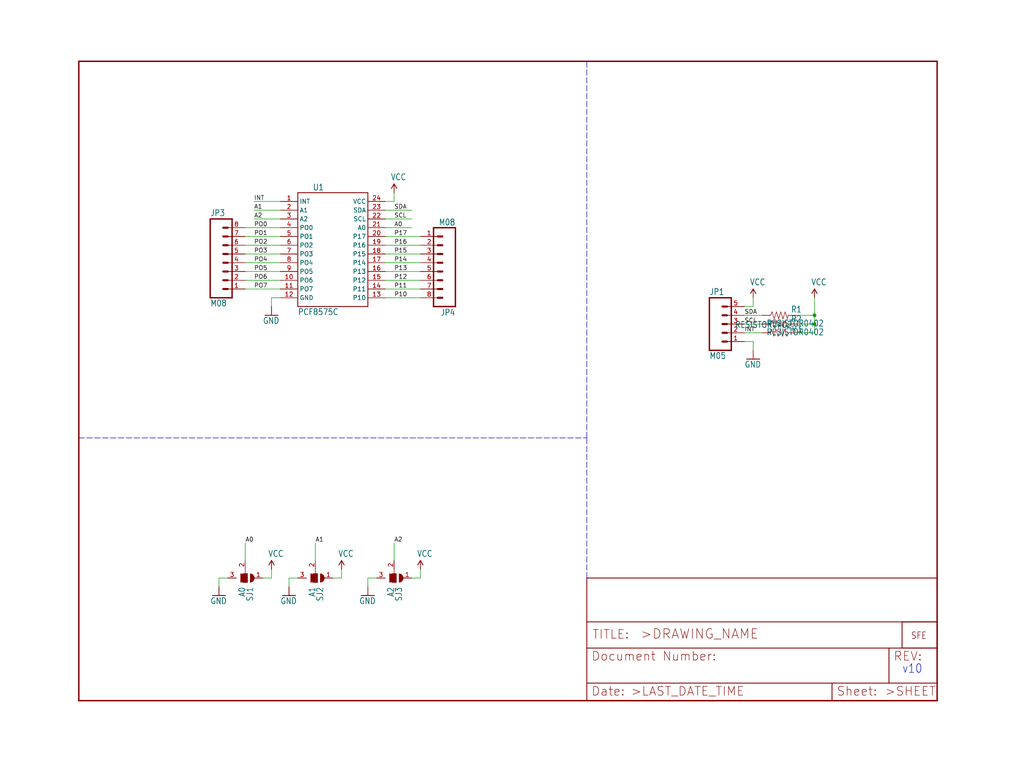
<source format=kicad_sch>
(kicad_sch (version 20211123) (generator eeschema)
  (paper "User" 297.002 223.926)
  (lib_symbols
    (symbol "eagleSchem-eagle-import:FRAME-LETTER"
      (symbol "FRAME-LETTER_1_0"
        (polyline (pts (xy 0 0) (xy 248.92 0)) (stroke (width 0.4064)))
        (polyline (pts (xy 0 185.42) (xy 0 0)) (stroke (width 0.4064)))
        (polyline (pts (xy 0 185.42) (xy 248.92 185.42)) (stroke (width 0.4064)))
        (polyline (pts (xy 248.92 185.42) (xy 248.92 0)) (stroke (width 0.4064)))
      )
      (symbol "FRAME-LETTER_2_0"
        (polyline (pts (xy 0 0) (xy 0 5.08)) (stroke (width 0.254)))
        (polyline (pts (xy 0 0) (xy 71.12 0)) (stroke (width 0.254)))
        (polyline (pts (xy 0 5.08) (xy 0 15.24)) (stroke (width 0.254)))
        (polyline (pts (xy 0 5.08) (xy 71.12 5.08)) (stroke (width 0.254)))
        (polyline (pts (xy 0 15.24) (xy 0 22.86)) (stroke (width 0.254)))
        (polyline (pts (xy 0 22.86) (xy 0 35.56)) (stroke (width 0.254)))
        (polyline (pts (xy 0 22.86) (xy 101.6 22.86)) (stroke (width 0.254)))
        (polyline (pts (xy 71.12 0) (xy 101.6 0)) (stroke (width 0.254)))
        (polyline (pts (xy 71.12 5.08) (xy 71.12 0)) (stroke (width 0.254)))
        (polyline (pts (xy 71.12 5.08) (xy 87.63 5.08)) (stroke (width 0.254)))
        (polyline (pts (xy 87.63 5.08) (xy 101.6 5.08)) (stroke (width 0.254)))
        (polyline (pts (xy 87.63 15.24) (xy 0 15.24)) (stroke (width 0.254)))
        (polyline (pts (xy 87.63 15.24) (xy 87.63 5.08)) (stroke (width 0.254)))
        (polyline (pts (xy 101.6 5.08) (xy 101.6 0)) (stroke (width 0.254)))
        (polyline (pts (xy 101.6 15.24) (xy 87.63 15.24)) (stroke (width 0.254)))
        (polyline (pts (xy 101.6 15.24) (xy 101.6 5.08)) (stroke (width 0.254)))
        (polyline (pts (xy 101.6 22.86) (xy 101.6 15.24)) (stroke (width 0.254)))
        (polyline (pts (xy 101.6 35.56) (xy 0 35.56)) (stroke (width 0.254)))
        (polyline (pts (xy 101.6 35.56) (xy 101.6 22.86)) (stroke (width 0.254)))
        (text ">DRAWING_NAME" (at 15.494 17.78 0) (effects (font (size 2.7432 2.7432)) (justify left bottom)))
        (text ">LAST_DATE_TIME" (at 12.7 1.27 0) (effects (font (size 2.54 2.54)) (justify left bottom)))
        (text ">SHEET" (at 86.36 1.27 0) (effects (font (size 2.54 2.54)) (justify left bottom)))
        (text "Date:" (at 1.27 1.27 0) (effects (font (size 2.54 2.54)) (justify left bottom)))
        (text "Document Number:" (at 1.27 11.43 0) (effects (font (size 2.54 2.54)) (justify left bottom)))
        (text "REV:" (at 88.9 11.43 0) (effects (font (size 2.54 2.54)) (justify left bottom)))
        (text "Sheet:" (at 72.39 1.27 0) (effects (font (size 2.54 2.54)) (justify left bottom)))
        (text "TITLE:" (at 1.524 17.78 0) (effects (font (size 2.54 2.54)) (justify left bottom)))
      )
    )
    (symbol "eagleSchem-eagle-import:GND" (power)
      (property "Value" "GND" (at -2.54 -2.54 0))
      (symbol "GND_1_0"
        (polyline (pts (xy -1.905 0) (xy 1.905 0)) (stroke (width 0.254)))
        (pin power_in line (at 0 2.54 270) (length 2.54) (name "GND") (number "1"))
      )
    )
    (symbol "eagleSchem-eagle-import:LOGO-SFENEW"
      (symbol "LOGO-SFENEW_1_0"
        (polyline (pts (xy -2.54 -2.54) (xy 7.62 -2.54)) (stroke (width 0.254)))
        (polyline (pts (xy -2.54 5.08) (xy -2.54 -2.54)) (stroke (width 0.254)))
        (polyline (pts (xy 7.62 -2.54) (xy 7.62 5.08)) (stroke (width 0.254)))
        (polyline (pts (xy 7.62 5.08) (xy -2.54 5.08)) (stroke (width 0.254)))
        (text "SFE" (at 0 0 0) (effects (font (size 1.9304 1.6408)) (justify left bottom)))
      )
    )
    (symbol "eagleSchem-eagle-import:M05"
      (property "Reference" "JP" (at -2.54 8.382 0))
      (property "Value" "M05" (at -2.54 -10.16 0))
      (symbol "M05_1_0"
        (polyline (pts (xy -2.54 7.62) (xy -2.54 -7.62)) (stroke (width 0.4064)))
        (polyline (pts (xy -2.54 7.62) (xy 3.81 7.62)) (stroke (width 0.4064)))
        (polyline (pts (xy 1.27 -5.08) (xy 2.54 -5.08)) (stroke (width 0.6096)))
        (polyline (pts (xy 1.27 -2.54) (xy 2.54 -2.54)) (stroke (width 0.6096)))
        (polyline (pts (xy 1.27 0) (xy 2.54 0)) (stroke (width 0.6096)))
        (polyline (pts (xy 1.27 2.54) (xy 2.54 2.54)) (stroke (width 0.6096)))
        (polyline (pts (xy 1.27 5.08) (xy 2.54 5.08)) (stroke (width 0.6096)))
        (polyline (pts (xy 3.81 -7.62) (xy -2.54 -7.62)) (stroke (width 0.4064)))
        (polyline (pts (xy 3.81 -7.62) (xy 3.81 7.62)) (stroke (width 0.4064)))
        (pin passive line (at 7.62 -5.08 180) (length 5.08) (name "1") (number "1"))
        (pin passive line (at 7.62 -2.54 180) (length 5.08) (name "2") (number "2"))
        (pin passive line (at 7.62 0 180) (length 5.08) (name "3") (number "3"))
        (pin passive line (at 7.62 2.54 180) (length 5.08) (name "4") (number "4"))
        (pin passive line (at 7.62 5.08 180) (length 5.08) (name "5") (number "5"))
      )
    )
    (symbol "eagleSchem-eagle-import:M08"
      (property "Reference" "JP" (at -5.08 13.462 0))
      (property "Value" "M08" (at -5.08 -12.7 0))
      (symbol "M08_1_0"
        (polyline (pts (xy -5.08 12.7) (xy -5.08 -10.16)) (stroke (width 0.4064)))
        (polyline (pts (xy -5.08 12.7) (xy 1.27 12.7)) (stroke (width 0.4064)))
        (polyline (pts (xy -1.27 -7.62) (xy 0 -7.62)) (stroke (width 0.6096)))
        (polyline (pts (xy -1.27 -5.08) (xy 0 -5.08)) (stroke (width 0.6096)))
        (polyline (pts (xy -1.27 -2.54) (xy 0 -2.54)) (stroke (width 0.6096)))
        (polyline (pts (xy -1.27 0) (xy 0 0)) (stroke (width 0.6096)))
        (polyline (pts (xy -1.27 2.54) (xy 0 2.54)) (stroke (width 0.6096)))
        (polyline (pts (xy -1.27 5.08) (xy 0 5.08)) (stroke (width 0.6096)))
        (polyline (pts (xy -1.27 7.62) (xy 0 7.62)) (stroke (width 0.6096)))
        (polyline (pts (xy -1.27 10.16) (xy 0 10.16)) (stroke (width 0.6096)))
        (polyline (pts (xy 1.27 -10.16) (xy -5.08 -10.16)) (stroke (width 0.4064)))
        (polyline (pts (xy 1.27 -10.16) (xy 1.27 12.7)) (stroke (width 0.4064)))
        (pin passive line (at 5.08 -7.62 180) (length 5.08) (name "1") (number "1"))
        (pin passive line (at 5.08 -5.08 180) (length 5.08) (name "2") (number "2"))
        (pin passive line (at 5.08 -2.54 180) (length 5.08) (name "3") (number "3"))
        (pin passive line (at 5.08 0 180) (length 5.08) (name "4") (number "4"))
        (pin passive line (at 5.08 2.54 180) (length 5.08) (name "5") (number "5"))
        (pin passive line (at 5.08 5.08 180) (length 5.08) (name "6") (number "6"))
        (pin passive line (at 5.08 7.62 180) (length 5.08) (name "7") (number "7"))
        (pin passive line (at 5.08 10.16 180) (length 5.08) (name "8") (number "8"))
      )
    )
    (symbol "eagleSchem-eagle-import:PCF8575C"
      (property "Value" "PCF8575C" (at -10.16 -20.32 0))
      (symbol "PCF8575C_1_0"
        (polyline (pts (xy -10.16 -17.78) (xy 10.16 -17.78)) (stroke (width 0.254)))
        (polyline (pts (xy -10.16 15.24) (xy -10.16 -17.78)) (stroke (width 0.254)))
        (polyline (pts (xy 10.16 -17.78) (xy 10.16 15.24)) (stroke (width 0.254)))
        (polyline (pts (xy 10.16 15.24) (xy -10.16 15.24)) (stroke (width 0.254)))
        (pin bidirectional line (at -15.24 12.7 0) (length 5.08) (name "INT") (number "1"))
        (pin bidirectional line (at -15.24 -10.16 0) (length 5.08) (name "PO6") (number "10"))
        (pin bidirectional line (at -15.24 -12.7 0) (length 5.08) (name "PO7") (number "11"))
        (pin bidirectional line (at -15.24 -15.24 0) (length 5.08) (name "GND") (number "12"))
        (pin bidirectional line (at 15.24 -15.24 180) (length 5.08) (name "P10") (number "13"))
        (pin bidirectional line (at 15.24 -12.7 180) (length 5.08) (name "P11") (number "14"))
        (pin bidirectional line (at 15.24 -10.16 180) (length 5.08) (name "P12") (number "15"))
        (pin bidirectional line (at 15.24 -7.62 180) (length 5.08) (name "P13") (number "16"))
        (pin bidirectional line (at 15.24 -5.08 180) (length 5.08) (name "P14") (number "17"))
        (pin bidirectional line (at 15.24 -2.54 180) (length 5.08) (name "P15") (number "18"))
        (pin bidirectional line (at 15.24 0 180) (length 5.08) (name "P16") (number "19"))
        (pin bidirectional line (at -15.24 10.16 0) (length 5.08) (name "A1") (number "2"))
        (pin bidirectional line (at 15.24 2.54 180) (length 5.08) (name "P17") (number "20"))
        (pin bidirectional line (at 15.24 5.08 180) (length 5.08) (name "A0") (number "21"))
        (pin bidirectional line (at 15.24 7.62 180) (length 5.08) (name "SCL") (number "22"))
        (pin bidirectional line (at 15.24 10.16 180) (length 5.08) (name "SDA") (number "23"))
        (pin bidirectional line (at 15.24 12.7 180) (length 5.08) (name "VCC") (number "24"))
        (pin bidirectional line (at -15.24 7.62 0) (length 5.08) (name "A2") (number "3"))
        (pin bidirectional line (at -15.24 5.08 0) (length 5.08) (name "PO0") (number "4"))
        (pin bidirectional line (at -15.24 2.54 0) (length 5.08) (name "PO1") (number "5"))
        (pin bidirectional line (at -15.24 0 0) (length 5.08) (name "PO2") (number "6"))
        (pin bidirectional line (at -15.24 -2.54 0) (length 5.08) (name "PO3") (number "7"))
        (pin bidirectional line (at -15.24 -5.08 0) (length 5.08) (name "PO4") (number "8"))
        (pin bidirectional line (at -15.24 -7.62 0) (length 5.08) (name "PO5") (number "9"))
      )
    )
    (symbol "eagleSchem-eagle-import:RESISTOR0402"
      (property "Reference" "R" (at -3.81 1.4986 0))
      (property "Value" "RESISTOR0402" (at -3.81 -3.302 0))
      (symbol "RESISTOR0402_1_0"
        (polyline (pts (xy -2.54 0) (xy -2.159 1.016)) (stroke (width 0.1524)))
        (polyline (pts (xy -2.159 1.016) (xy -1.524 -1.016)) (stroke (width 0.1524)))
        (polyline (pts (xy -1.524 -1.016) (xy -0.889 1.016)) (stroke (width 0.1524)))
        (polyline (pts (xy -0.889 1.016) (xy -0.254 -1.016)) (stroke (width 0.1524)))
        (polyline (pts (xy -0.254 -1.016) (xy 0.381 1.016)) (stroke (width 0.1524)))
        (polyline (pts (xy 0.381 1.016) (xy 1.016 -1.016)) (stroke (width 0.1524)))
        (polyline (pts (xy 1.016 -1.016) (xy 1.651 1.016)) (stroke (width 0.1524)))
        (polyline (pts (xy 1.651 1.016) (xy 2.286 -1.016)) (stroke (width 0.1524)))
        (polyline (pts (xy 2.286 -1.016) (xy 2.54 0)) (stroke (width 0.1524)))
        (pin passive line (at -5.08 0 0) (length 2.54) (name "1") (number "1"))
        (pin passive line (at 5.08 0 180) (length 2.54) (name "2") (number "2"))
      )
    )
    (symbol "eagleSchem-eagle-import:SOLDERJUMPER_2WAYS"
      (property "Reference" "SJ" (at 2.54 0.381 0))
      (property "Value" "SOLDERJUMPER_2WAYS" (at 2.54 -1.905 0))
      (symbol "SOLDERJUMPER_2WAYS_1_0"
        (rectangle (start -1.27 -0.635) (end 1.27 0.635) (fill (type outline)))
        (polyline (pts (xy -2.54 0) (xy -1.27 0)) (stroke (width 0.1524)))
        (polyline (pts (xy -1.27 -0.635) (xy -1.27 0)) (stroke (width 0.1524)))
        (polyline (pts (xy -1.27 0) (xy -1.27 0.635)) (stroke (width 0.1524)))
        (polyline (pts (xy -1.27 0.635) (xy 1.27 0.635)) (stroke (width 0.1524)))
        (polyline (pts (xy 1.27 -0.635) (xy -1.27 -0.635)) (stroke (width 0.1524)))
        (polyline (pts (xy 1.27 0.635) (xy 1.27 -0.635)) (stroke (width 0.1524)))
        (arc (start 1.27 -1.397) (mid 0 -0.127) (end -1.27 -1.397) (stroke (width 0.0001)) (fill (type outline)))
        (arc (start 1.27 1.397) (mid 0 2.667) (end -1.27 1.397) (stroke (width 0.0001)) (fill (type outline)))
        (pin passive line (at 0 5.08 270) (length 2.54) (name "1") (number "1"))
        (pin passive line (at -5.08 0 0) (length 2.54) (name "2") (number "2"))
        (pin passive line (at 0 -5.08 90) (length 2.54) (name "3") (number "3"))
      )
    )
    (symbol "eagleSchem-eagle-import:VCC" (power)
      (property "Value" "VCC" (at -1.016 3.556 0))
      (symbol "VCC_1_0"
        (polyline (pts (xy 0 2.54) (xy -0.762 1.27)) (stroke (width 0.254)))
        (polyline (pts (xy 0.762 1.27) (xy 0 2.54)) (stroke (width 0.254)))
        (pin power_in line (at 0 0 90) (length 2.54) (name "VCC") (number "1"))
      )
    )
  )
  (junction (at 236.22 93.98))
  (junction (at 236.22 91.44))
  (wire (pts (xy 111.76 76.2) (xy 121.92 76.2)))
  (wire (pts (xy 81.28 76.2) (xy 71.12 76.2)))
  (wire (pts (xy 86.36 167.64) (xy 83.82 167.64)))
  (wire (pts (xy 81.28 81.28) (xy 71.12 81.28)))
  (wire (pts (xy 81.28 68.58) (xy 71.12 68.58)))
  (wire (pts (xy 231.14 91.44) (xy 236.22 91.44)))
  (wire (pts (xy 119.38 167.64) (xy 121.92 167.64)))
  (wire (pts (xy 111.76 78.74) (xy 121.92 78.74)))
  (wire (pts (xy 78.74 86.36) (xy 78.74 88.9)))
  (wire (pts (xy 81.28 58.42) (xy 73.66 58.42)))
  (wire (pts (xy 215.9 91.44) (xy 220.98 91.44)))
  (wire (pts (xy 71.12 71.12) (xy 81.28 71.12)))
  (wire (pts (xy 111.76 63.5) (xy 119.38 63.5)))
  (wire (pts (xy 218.44 88.9) (xy 218.44 86.36)))
  (wire (pts (xy 121.92 167.64) (xy 121.92 165.1)))
  (wire (pts (xy 215.9 96.52) (xy 220.98 96.52)))
  (wire (pts (xy 71.12 162.56) (xy 71.12 157.48)))
  (wire (pts (xy 114.3 58.42) (xy 114.3 55.88)))
  (wire (pts (xy 111.76 66.04) (xy 119.38 66.04)))
  (wire (pts (xy 81.28 86.36) (xy 78.74 86.36)))
  (polyline (pts (xy 170.18 167.64) (xy 170.18 127)))
  (wire (pts (xy 231.14 93.98) (xy 236.22 93.98)))
  (wire (pts (xy 231.14 96.52) (xy 236.22 96.52)))
  (wire (pts (xy 236.22 93.98) (xy 236.22 91.44)))
  (wire (pts (xy 111.76 83.82) (xy 121.92 83.82)))
  (wire (pts (xy 111.76 73.66) (xy 121.92 73.66)))
  (polyline (pts (xy 170.18 127) (xy 170.18 17.78)))
  (wire (pts (xy 111.76 86.36) (xy 121.92 86.36)))
  (wire (pts (xy 236.22 96.52) (xy 236.22 93.98)))
  (wire (pts (xy 111.76 60.96) (xy 119.38 60.96)))
  (wire (pts (xy 111.76 68.58) (xy 121.92 68.58)))
  (wire (pts (xy 91.44 162.56) (xy 91.44 157.48)))
  (wire (pts (xy 111.76 81.28) (xy 121.92 81.28)))
  (wire (pts (xy 83.82 167.64) (xy 83.82 170.18)))
  (wire (pts (xy 111.76 58.42) (xy 114.3 58.42)))
  (wire (pts (xy 215.9 88.9) (xy 218.44 88.9)))
  (wire (pts (xy 81.28 73.66) (xy 71.12 73.66)))
  (wire (pts (xy 81.28 63.5) (xy 73.66 63.5)))
  (wire (pts (xy 215.9 99.06) (xy 218.44 99.06)))
  (wire (pts (xy 218.44 99.06) (xy 218.44 101.6)))
  (wire (pts (xy 99.06 167.64) (xy 99.06 165.1)))
  (wire (pts (xy 106.68 167.64) (xy 106.68 170.18)))
  (wire (pts (xy 114.3 162.56) (xy 114.3 157.48)))
  (wire (pts (xy 76.2 167.64) (xy 78.74 167.64)))
  (wire (pts (xy 81.28 60.96) (xy 73.66 60.96)))
  (wire (pts (xy 78.74 167.64) (xy 78.74 165.1)))
  (wire (pts (xy 81.28 83.82) (xy 71.12 83.82)))
  (wire (pts (xy 66.04 167.64) (xy 63.5 167.64)))
  (wire (pts (xy 63.5 167.64) (xy 63.5 170.18)))
  (wire (pts (xy 111.76 71.12) (xy 121.92 71.12)))
  (wire (pts (xy 81.28 66.04) (xy 71.12 66.04)))
  (wire (pts (xy 215.9 93.98) (xy 220.98 93.98)))
  (wire (pts (xy 81.28 78.74) (xy 71.12 78.74)))
  (wire (pts (xy 96.52 167.64) (xy 99.06 167.64)))
  (wire (pts (xy 236.22 91.44) (xy 236.22 86.36)))
  (polyline (pts (xy 22.86 127) (xy 170.18 127)))
  (wire (pts (xy 109.22 167.64) (xy 106.68 167.64)))
  (text "v10" (at 261.62 195.58 180) (effects (font (size 2.54 2.159)) (justify left bottom)))
  (label "A0" (at 71.12 157.48 0) (effects (font (size 1.2446 1.2446))))
  (label "PO6" (at 73.66 81.28 0) (effects (font (size 1.2446 1.2446))))
  (label "SCL" (at 114.3 63.5 0) (effects (font (size 1.2446 1.2446))))
  (label "SCL" (at 215.9 93.98 0) (effects (font (size 1.2446 1.2446))))
  (label "A0" (at 114.3 66.04 0) (effects (font (size 1.2446 1.2446))))
  (label "P17" (at 114.3 68.58 0) (effects (font (size 1.2446 1.2446))))
  (label "A2" (at 114.3 157.48 0) (effects (font (size 1.2446 1.2446))))
  (label "PO2" (at 73.66 71.12 0) (effects (font (size 1.2446 1.2446))))
  (label "A1" (at 73.66 60.96 0) (effects (font (size 1.2446 1.2446))))
  (label "SDA" (at 215.9 91.44 0) (effects (font (size 1.2446 1.2446))))
  (label "PO3" (at 73.66 73.66 0) (effects (font (size 1.2446 1.2446))))
  (label "PO0" (at 73.66 66.04 0) (effects (font (size 1.2446 1.2446))))
  (label "PO7" (at 73.66 83.82 0) (effects (font (size 1.2446 1.2446))))
  (label "P11" (at 114.3 83.82 0) (effects (font (size 1.2446 1.2446))))
  (label "P14" (at 114.3 76.2 0) (effects (font (size 1.2446 1.2446))))
  (label "PO4" (at 73.66 76.2 0) (effects (font (size 1.2446 1.2446))))
  (label "INT" (at 73.66 58.42 0) (effects (font (size 1.2446 1.2446))))
  (label "P12" (at 114.3 81.28 0) (effects (font (size 1.2446 1.2446))))
  (label "A1" (at 91.44 157.48 0) (effects (font (size 1.2446 1.2446))))
  (label "PO5" (at 73.66 78.74 0) (effects (font (size 1.2446 1.2446))))
  (label "INT" (at 215.9 96.52 0) (effects (font (size 1.2446 1.2446))))
  (label "P15" (at 114.3 73.66 0) (effects (font (size 1.2446 1.2446))))
  (label "PO1" (at 73.66 68.58 0) (effects (font (size 1.2446 1.2446))))
  (label "P16" (at 114.3 71.12 0) (effects (font (size 1.2446 1.2446))))
  (label "A2" (at 73.66 63.5 0) (effects (font (size 1.2446 1.2446))))
  (label "P10" (at 114.3 86.36 0) (effects (font (size 1.2446 1.2446))))
  (label "SDA" (at 114.3 60.96 0) (effects (font (size 1.2446 1.2446))))
  (label "P13" (at 114.3 78.74 0) (effects (font (size 1.2446 1.2446))))
  (symbol (lib_id "eagleSchem-eagle-import:M08") (at 66.04 76.2 0) (unit 1)
    (property "Reference" "JP3" (at 60.96 62.738 0) (effects (font (size 1.778 1.5113)) (justify left bottom)))
    (property "Value" "M08" (at 60.96 88.9 0) (effects (font (size 1.778 1.5113)) (justify left bottom)))
    (property "Footprint" "eagleSchem:1X08" (effects hide))
  )
  (symbol (lib_id "eagleSchem-eagle-import:RESISTOR0402") (at 226.06 96.52 180) (unit 1)
    (property "Reference" "R3" (at 232.664 94.4626 0) (effects (font (size 1.778 1.5113)) (justify left bottom)))
    (property "Value" "RESISTOR0402" (at 229.87 93.218 0) (effects (font (size 1.778 1.5113)) (justify left bottom)))
    (property "Footprint" "eagleSchem:C0402" (effects hide))
  )
  (symbol (lib_id "eagleSchem-eagle-import:GND") (at 63.5 172.72 0) (unit 1)
    (property "Reference" "#GND1" (effects hide))
    (property "Value" "GND" (at 60.96 175.26 0) (effects (font (size 1.778 1.5113)) (justify left bottom)))
    (property "Footprint" "eagleSchem:" (effects hide))
  )
  (symbol (lib_id "eagleSchem-eagle-import:GND") (at 83.82 172.72 0) (unit 1)
    (property "Reference" "#GND2" (effects hide))
    (property "Value" "GND" (at 81.28 175.26 0) (effects (font (size 1.778 1.5113)) (justify left bottom)))
    (property "Footprint" "eagleSchem:" (effects hide))
  )
  (symbol (lib_id "eagleSchem-eagle-import:M08") (at 127 76.2 180) (unit 1)
    (property "Reference" "JP4" (at 132.08 89.662 0) (effects (font (size 1.778 1.5113)) (justify left bottom)))
    (property "Value" "M08" (at 132.08 63.5 0) (effects (font (size 1.778 1.5113)) (justify left bottom)))
    (property "Footprint" "eagleSchem:1X08" (effects hide))
  )
  (symbol (lib_id "eagleSchem-eagle-import:VCC") (at 236.22 86.36 0) (unit 1)
    (property "Reference" "#P+7" (effects hide))
    (property "Value" "VCC" (at 235.204 82.804 0) (effects (font (size 1.778 1.5113)) (justify left bottom)))
    (property "Footprint" "eagleSchem:" (effects hide))
  )
  (symbol (lib_id "eagleSchem-eagle-import:RESISTOR0402") (at 226.06 93.98 0) (unit 1)
    (property "Reference" "R2" (at 229.362 93.4974 0) (effects (font (size 1.778 1.5113)) (justify left bottom)))
    (property "Value" "RESISTOR0402" (at 222.25 97.282 0) (effects (font (size 1.778 1.5113)) (justify left bottom)))
    (property "Footprint" "eagleSchem:C0402" (effects hide))
  )
  (symbol (lib_id "eagleSchem-eagle-import:VCC") (at 78.74 165.1 0) (unit 1)
    (property "Reference" "#P+1" (effects hide))
    (property "Value" "VCC" (at 77.724 161.544 0) (effects (font (size 1.778 1.5113)) (justify left bottom)))
    (property "Footprint" "eagleSchem:" (effects hide))
  )
  (symbol (lib_id "eagleSchem-eagle-import:VCC") (at 99.06 165.1 0) (unit 1)
    (property "Reference" "#P+2" (effects hide))
    (property "Value" "VCC" (at 98.044 161.544 0) (effects (font (size 1.778 1.5113)) (justify left bottom)))
    (property "Footprint" "eagleSchem:" (effects hide))
  )
  (symbol (lib_id "eagleSchem-eagle-import:PCF8575C") (at 96.52 71.12 0) (unit 1)
    (property "Reference" "U1" (at 93.98 53.34 0) (effects (font (size 1.778 1.5113)) (justify right top)))
    (property "Value" "PCF8575C" (at 86.36 91.44 0) (effects (font (size 1.778 1.5113)) (justify left bottom)))
    (property "Footprint" "eagleSchem:SO-24DW" (effects hide))
  )
  (symbol (lib_id "eagleSchem-eagle-import:GND") (at 218.44 104.14 0) (unit 1)
    (property "Reference" "#GND5" (effects hide))
    (property "Value" "GND" (at 215.9 106.68 0) (effects (font (size 1.778 1.5113)) (justify left bottom)))
    (property "Footprint" "eagleSchem:" (effects hide))
  )
  (symbol (lib_id "eagleSchem-eagle-import:VCC") (at 218.44 86.36 0) (unit 1)
    (property "Reference" "#P+5" (effects hide))
    (property "Value" "VCC" (at 217.424 82.804 0) (effects (font (size 1.778 1.5113)) (justify left bottom)))
    (property "Footprint" "eagleSchem:" (effects hide))
  )
  (symbol (lib_id "eagleSchem-eagle-import:LOGO-SFENEW") (at 264.16 185.42 0) (unit 1)
    (property "Reference" "U$2" (effects hide))
    (property "Value" "LOGO-SFENEW" (effects hide))
    (property "Footprint" "eagleSchem:SFE-NEW-WEBLOGO" (effects hide))
  )
  (symbol (lib_id "eagleSchem-eagle-import:SOLDERJUMPER_2WAYS") (at 71.12 167.64 270) (unit 1)
    (property "Reference" "SJ1" (at 71.501 170.18 0) (effects (font (size 1.778 1.5113)) (justify left bottom)))
    (property "Value" "A0" (at 69.215 170.18 0) (effects (font (size 1.778 1.5113)) (justify left bottom)))
    (property "Footprint" "eagleSchem:SJ_3" (effects hide))
  )
  (symbol (lib_id "eagleSchem-eagle-import:FRAME-LETTER") (at 170.18 203.2 0) (unit 2)
    (property "Reference" "#FRAME1" (effects hide))
    (property "Value" "FRAME-LETTER" (effects hide))
    (property "Footprint" "eagleSchem:" (effects hide))
  )
  (symbol (lib_id "eagleSchem-eagle-import:FRAME-LETTER") (at 22.86 203.2 0) (unit 1)
    (property "Reference" "#FRAME1" (effects hide))
    (property "Value" "FRAME-LETTER" (effects hide))
    (property "Footprint" "eagleSchem:" (effects hide))
  )
  (symbol (lib_id "eagleSchem-eagle-import:GND") (at 78.74 91.44 0) (unit 1)
    (property "Reference" "#GND4" (effects hide))
    (property "Value" "GND" (at 76.2 93.98 0) (effects (font (size 1.778 1.5113)) (justify left bottom)))
    (property "Footprint" "eagleSchem:" (effects hide))
  )
  (symbol (lib_id "eagleSchem-eagle-import:VCC") (at 114.3 55.88 0) (unit 1)
    (property "Reference" "#P+4" (effects hide))
    (property "Value" "VCC" (at 113.284 52.324 0) (effects (font (size 1.778 1.5113)) (justify left bottom)))
    (property "Footprint" "eagleSchem:" (effects hide))
  )
  (symbol (lib_id "eagleSchem-eagle-import:RESISTOR0402") (at 226.06 91.44 0) (unit 1)
    (property "Reference" "R1" (at 229.362 90.7034 0) (effects (font (size 1.778 1.5113)) (justify left bottom)))
    (property "Value" "RESISTOR0402" (at 222.25 94.742 0) (effects (font (size 1.778 1.5113)) (justify left bottom)))
    (property "Footprint" "eagleSchem:C0402" (effects hide))
  )
  (symbol (lib_id "eagleSchem-eagle-import:SOLDERJUMPER_2WAYS") (at 91.44 167.64 270) (unit 1)
    (property "Reference" "SJ2" (at 91.821 170.18 0) (effects (font (size 1.778 1.5113)) (justify left bottom)))
    (property "Value" "A1" (at 89.535 170.18 0) (effects (font (size 1.778 1.5113)) (justify left bottom)))
    (property "Footprint" "eagleSchem:SJ_3" (effects hide))
  )
  (symbol (lib_id "eagleSchem-eagle-import:SOLDERJUMPER_2WAYS") (at 114.3 167.64 270) (unit 1)
    (property "Reference" "SJ3" (at 114.681 170.18 0) (effects (font (size 1.778 1.5113)) (justify left bottom)))
    (property "Value" "A2" (at 112.395 170.18 0) (effects (font (size 1.778 1.5113)) (justify left bottom)))
    (property "Footprint" "eagleSchem:SJ_3" (effects hide))
  )
  (symbol (lib_id "eagleSchem-eagle-import:M05") (at 208.28 93.98 0) (unit 1)
    (property "Reference" "JP1" (at 205.74 85.598 0) (effects (font (size 1.778 1.5113)) (justify left bottom)))
    (property "Value" "M05" (at 205.74 104.14 0) (effects (font (size 1.778 1.5113)) (justify left bottom)))
    (property "Footprint" "eagleSchem:1X05" (effects hide))
  )
  (symbol (lib_id "eagleSchem-eagle-import:VCC") (at 121.92 165.1 0) (unit 1)
    (property "Reference" "#P+3" (effects hide))
    (property "Value" "VCC" (at 120.904 161.544 0) (effects (font (size 1.778 1.5113)) (justify left bottom)))
    (property "Footprint" "eagleSchem:" (effects hide))
  )
  (symbol (lib_id "eagleSchem-eagle-import:GND") (at 106.68 172.72 0) (unit 1)
    (property "Reference" "#GND3" (effects hide))
    (property "Value" "GND" (at 104.14 175.26 0) (effects (font (size 1.778 1.5113)) (justify left bottom)))
    (property "Footprint" "eagleSchem:" (effects hide))
  )
)
</source>
